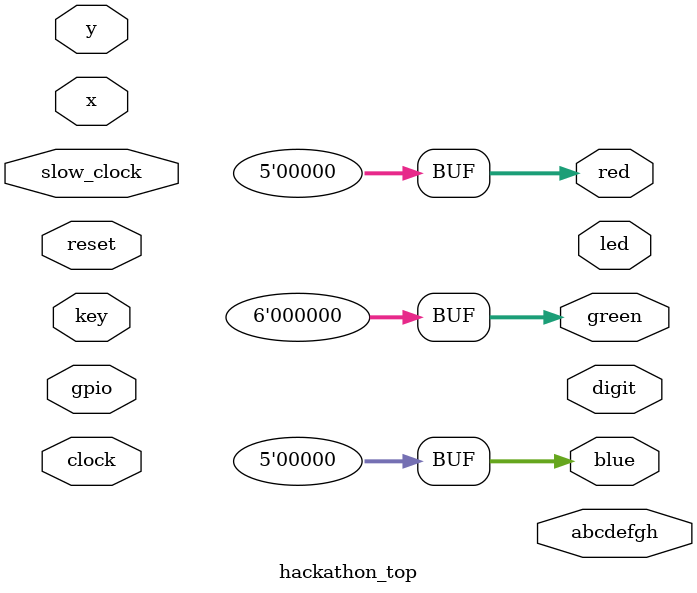
<source format=sv>

module hackathon_top
(
    input  logic       clock,
    input  logic       slow_clock,
    input  logic       reset,

    input  logic [7:0] key,
    output logic [7:0] led,

    // A dynamic seven-segment display

    output logic [7:0] abcdefgh,
    output logic [7:0] digit,

    // LCD screen interface

    input  logic [8:0] x,
    input  logic [8:0] y,

    output logic [4:0] red,
    output logic [5:0] green,
    output logic [4:0] blue,

    inout  logic [2:0] gpio
);

    always_comb
    begin
        red   = 0;
        green = 0;
        blue  = 0;

    end

endmodule

</source>
